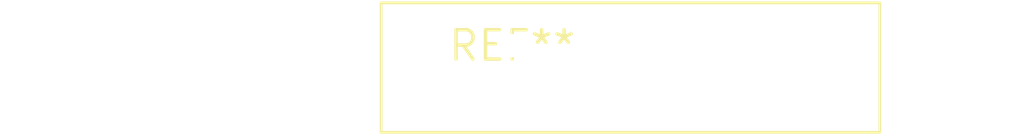
<source format=kicad_pcb>
(kicad_pcb (version 20240108) (generator pcbnew)
  (layers (0 "F.Cu" signal) (31 "B.Cu" signal) (34 "B.Paste" user) (35 "F.Paste" user) (36 "B.SilkS" user "B.Silkscreen") (37 "F.SilkS" user "F.Silkscreen") (38 "B.Mask" user) (39 "F.Mask" user) (44 "Edge.Cuts" user))
  (net 0 "")
  (footprint "Fuse_BelFuse_0ZRE0125FF_L21.2mm_W5.3mm" (layer "F.Cu") (at 0 0)
    (property "Reference" "REF**")
    (property "Value" "Fuse_BelFuse_0ZRE0125FF_L21.2mm_W5.3mm")
    (fp_line (start -5.65 -1.85) (end -5.65 3.75) (layer "F.SilkS") (stroke (width 0.12)))
    (fp_line (start -5.65 -1.85) (end 15.85 -1.85) (layer "F.SilkS") (stroke (width 0.12)))
    (fp_line (start -5.65 3.75) (end 15.85 3.75) (layer "F.SilkS") (stroke (width 0.12)))
    (fp_line (start 15.85 -1.85) (end 15.85 3.75) (layer "F.SilkS") (stroke (width 0.12)))
    (pad "1" thru_hole circle (at 0 0) (size 1.56 1.56) (drill 1.01) (layers *.Cu *.Mask) (remove_unused_layers))
    (pad "2" thru_hole circle (at 10.2 1.9) (size 1.56 1.56) (drill 1.01) (layers *.Cu *.Mask) (remove_unused_layers))
  )
)
</source>
